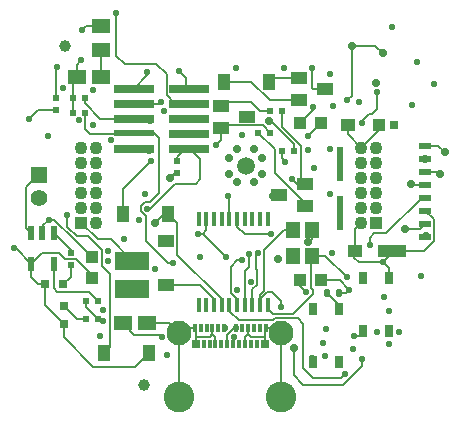
<source format=gbr>
G04 #@! TF.GenerationSoftware,KiCad,Pcbnew,7.0.7*
G04 #@! TF.CreationDate,2024-10-24T15:21:26-07:00*
G04 #@! TF.ProjectId,ESP_POE_1.4b,4553505f-504f-4455-9f31-2e34622e6b69,K*
G04 #@! TF.SameCoordinates,Original*
G04 #@! TF.FileFunction,Copper,L1,Top*
G04 #@! TF.FilePolarity,Positive*
%FSLAX46Y46*%
G04 Gerber Fmt 4.6, Leading zero omitted, Abs format (unit mm)*
G04 Created by KiCad (PCBNEW 7.0.7) date 2024-10-24 15:21:26*
%MOMM*%
%LPD*%
G01*
G04 APERTURE LIST*
G04 Aperture macros list*
%AMRoundRect*
0 Rectangle with rounded corners*
0 $1 Rounding radius*
0 $2 $3 $4 $5 $6 $7 $8 $9 X,Y pos of 4 corners*
0 Add a 4 corners polygon primitive as box body*
4,1,4,$2,$3,$4,$5,$6,$7,$8,$9,$2,$3,0*
0 Add four circle primitives for the rounded corners*
1,1,$1+$1,$2,$3*
1,1,$1+$1,$4,$5*
1,1,$1+$1,$6,$7*
1,1,$1+$1,$8,$9*
0 Add four rect primitives between the rounded corners*
20,1,$1+$1,$2,$3,$4,$5,0*
20,1,$1+$1,$4,$5,$6,$7,0*
20,1,$1+$1,$6,$7,$8,$9,0*
20,1,$1+$1,$8,$9,$2,$3,0*%
G04 Aperture macros list end*
G04 #@! TA.AperFunction,SMDPad,CuDef*
%ADD10R,1.524000X1.270000*%
G04 #@! TD*
G04 #@! TA.AperFunction,ConnectorPad*
%ADD11C,1.000000*%
G04 #@! TD*
G04 #@! TA.AperFunction,SMDPad,CuDef*
%ADD12R,0.500000X0.550000*%
G04 #@! TD*
G04 #@! TA.AperFunction,SMDPad,CuDef*
%ADD13R,1.016000X1.016000*%
G04 #@! TD*
G04 #@! TA.AperFunction,SMDPad,CuDef*
%ADD14R,0.550000X1.200000*%
G04 #@! TD*
G04 #@! TA.AperFunction,SMDPad,CuDef*
%ADD15R,0.800000X0.800000*%
G04 #@! TD*
G04 #@! TA.AperFunction,SMDPad,CuDef*
%ADD16R,3.000000X1.600000*%
G04 #@! TD*
G04 #@! TA.AperFunction,SMDPad,CuDef*
%ADD17R,1.400000X1.000000*%
G04 #@! TD*
G04 #@! TA.AperFunction,SMDPad,CuDef*
%ADD18R,0.550000X0.500000*%
G04 #@! TD*
G04 #@! TA.AperFunction,SMDPad,CuDef*
%ADD19R,0.325000X1.270000*%
G04 #@! TD*
G04 #@! TA.AperFunction,SMDPad,CuDef*
%ADD20R,1.200000X1.400000*%
G04 #@! TD*
G04 #@! TA.AperFunction,SMDPad,CuDef*
%ADD21R,1.000000X1.400000*%
G04 #@! TD*
G04 #@! TA.AperFunction,SMDPad,CuDef*
%ADD22R,3.428302X0.660400*%
G04 #@! TD*
G04 #@! TA.AperFunction,SMDPad,CuDef*
%ADD23R,3.428302X0.584200*%
G04 #@! TD*
G04 #@! TA.AperFunction,ComponentPad*
%ADD24R,1.400000X1.400000*%
G04 #@! TD*
G04 #@! TA.AperFunction,ComponentPad*
%ADD25C,1.400000*%
G04 #@! TD*
G04 #@! TA.AperFunction,SMDPad,CuDef*
%ADD26R,0.711200X0.990600*%
G04 #@! TD*
G04 #@! TA.AperFunction,SMDPad,CuDef*
%ADD27RoundRect,0.135000X-0.135000X-0.185000X0.135000X-0.185000X0.135000X0.185000X-0.135000X0.185000X0*%
G04 #@! TD*
G04 #@! TA.AperFunction,SMDPad,CuDef*
%ADD28R,0.300000X0.700000*%
G04 #@! TD*
G04 #@! TA.AperFunction,SMDPad,CuDef*
%ADD29R,0.650000X0.700000*%
G04 #@! TD*
G04 #@! TA.AperFunction,ComponentPad*
%ADD30C,2.100000*%
G04 #@! TD*
G04 #@! TA.AperFunction,ComponentPad*
%ADD31C,2.600000*%
G04 #@! TD*
G04 #@! TA.AperFunction,SMDPad,CuDef*
%ADD32R,0.558800X2.921000*%
G04 #@! TD*
G04 #@! TA.AperFunction,SMDPad,CuDef*
%ADD33R,1.092200X1.041400*%
G04 #@! TD*
G04 #@! TA.AperFunction,SMDPad,CuDef*
%ADD34R,1.193800X1.041400*%
G04 #@! TD*
G04 #@! TA.AperFunction,SMDPad,CuDef*
%ADD35R,2.387600X1.041400*%
G04 #@! TD*
G04 #@! TA.AperFunction,SMDPad,CuDef*
%ADD36R,0.990600X0.508000*%
G04 #@! TD*
G04 #@! TA.AperFunction,SMDPad,CuDef*
%ADD37R,0.787400X0.711200*%
G04 #@! TD*
G04 #@! TA.AperFunction,ComponentPad*
%ADD38R,1.100000X1.100000*%
G04 #@! TD*
G04 #@! TA.AperFunction,ComponentPad*
%ADD39C,1.100000*%
G04 #@! TD*
G04 #@! TA.AperFunction,ComponentPad*
%ADD40C,0.700000*%
G04 #@! TD*
G04 #@! TA.AperFunction,ComponentPad*
%ADD41C,1.500000*%
G04 #@! TD*
G04 #@! TA.AperFunction,ViaPad*
%ADD42C,0.550000*%
G04 #@! TD*
G04 #@! TA.AperFunction,ViaPad*
%ADD43C,0.700000*%
G04 #@! TD*
G04 #@! TA.AperFunction,Conductor*
%ADD44C,0.203200*%
G04 #@! TD*
G04 #@! TA.AperFunction,Conductor*
%ADD45C,0.200000*%
G04 #@! TD*
G04 APERTURE END LIST*
D10*
X77571600Y-134874000D03*
X79603600Y-134874000D03*
D11*
X76555600Y-132283200D03*
D12*
X77266800Y-137972800D03*
X78282800Y-137972800D03*
D13*
X78892400Y-151942800D03*
X78892400Y-150164800D03*
D14*
X75626000Y-148102800D03*
X74676000Y-148102800D03*
X73726000Y-148102800D03*
X73726000Y-150702800D03*
X75626000Y-150702800D03*
D12*
X79349600Y-153822400D03*
X78333600Y-153822400D03*
D15*
X76441300Y-152425400D03*
X74917300Y-152425400D03*
X76504800Y-154279600D03*
X76504800Y-155803600D03*
D12*
X78333600Y-155346400D03*
X79349600Y-155346400D03*
D11*
X83312000Y-160934400D03*
D16*
X82245200Y-152838000D03*
X82245200Y-150438000D03*
D13*
X96469200Y-138785600D03*
X98247200Y-138785600D03*
D10*
X83515200Y-155752800D03*
X81483200Y-155752800D03*
D13*
X96443800Y-152095200D03*
X98221800Y-152095200D03*
D17*
X96367600Y-134975600D03*
X96367600Y-136878060D03*
X98577400Y-135923020D03*
D12*
X94945200Y-137769600D03*
X93929200Y-137769600D03*
X93980000Y-139598400D03*
X92964000Y-139598400D03*
D17*
X96916240Y-145831560D03*
X96916240Y-143929100D03*
X94706440Y-144884140D03*
X89773760Y-137327640D03*
X89773760Y-139230100D03*
X91983560Y-138275060D03*
D12*
X77266800Y-136652000D03*
X78282800Y-136652000D03*
D18*
X86106000Y-143002000D03*
X86106000Y-141986000D03*
D12*
X95961200Y-141173200D03*
X94945200Y-141173200D03*
D19*
X87905400Y-154190700D03*
X88555400Y-154190700D03*
X89205400Y-154190700D03*
X89855400Y-154190700D03*
X90505400Y-154190700D03*
X91155400Y-154190700D03*
X91805400Y-154190700D03*
X92455400Y-154190700D03*
X93105400Y-154190700D03*
X93755400Y-154190700D03*
X93755400Y-146951700D03*
X93105400Y-146951700D03*
X92455400Y-146951700D03*
X91805400Y-146951700D03*
X91155400Y-146951700D03*
X90505400Y-146951700D03*
X89855400Y-146951700D03*
X89205400Y-146951700D03*
X88555400Y-146951700D03*
X87905400Y-146951700D03*
D20*
X95859600Y-147832800D03*
X97459600Y-150032800D03*
X97459600Y-147832800D03*
X95859600Y-150032800D03*
D17*
X85140800Y-152542400D03*
X85140800Y-148742400D03*
D21*
X81513600Y-146507200D03*
X85313600Y-146507200D03*
X90078400Y-135280400D03*
X93878400Y-135280400D03*
X83688000Y-158242000D03*
X79888000Y-158242000D03*
D10*
X79603600Y-132638800D03*
X79603600Y-130606800D03*
D22*
X82429002Y-135877300D03*
X87128700Y-135877300D03*
X82429002Y-137147300D03*
X87128700Y-137147300D03*
X82429002Y-138417300D03*
X87128700Y-138417300D03*
D23*
X82429002Y-139649200D03*
D22*
X87128700Y-139687300D03*
X82429002Y-140957300D03*
X87128700Y-140957300D03*
D18*
X77063600Y-150825200D03*
X77063600Y-149809200D03*
X75844400Y-137668000D03*
X75844400Y-136652000D03*
D24*
X74389520Y-143148050D03*
D25*
X74392060Y-145177510D03*
D26*
X101845801Y-156428001D03*
X101845801Y-151927999D03*
X103995799Y-156428001D03*
X103995799Y-151927999D03*
D27*
X98753200Y-153162000D03*
X99773200Y-153162000D03*
D28*
X87576400Y-156179400D03*
X88076400Y-156179400D03*
X88576400Y-156179400D03*
X89076400Y-156179400D03*
X89576400Y-156179400D03*
X90076400Y-156179400D03*
X91076400Y-156179400D03*
X91576400Y-156179400D03*
X92076400Y-156179400D03*
X92576400Y-156179400D03*
X93076400Y-156179400D03*
X93576400Y-156179400D03*
D29*
X93501400Y-157479400D03*
D28*
X92826400Y-157479400D03*
X92326400Y-157479400D03*
X91826400Y-157479400D03*
X91326400Y-157479400D03*
X90826400Y-157479400D03*
X90326400Y-157479400D03*
X89826400Y-157479400D03*
X89326400Y-157479400D03*
X88826400Y-157479400D03*
X88326400Y-157479400D03*
D29*
X87651400Y-157479400D03*
D30*
X86256400Y-156589400D03*
D31*
X86256400Y-161949400D03*
D30*
X94896400Y-156589400D03*
D31*
X94896400Y-161949400D03*
D32*
X99863900Y-146417000D03*
X99863900Y-142227000D03*
D33*
X103148900Y-138946999D03*
D34*
X100538900Y-138946999D03*
X101108901Y-149596965D03*
D35*
X104293901Y-149597001D03*
D36*
X107098899Y-140721999D03*
X107098899Y-141822000D03*
X107098899Y-142922000D03*
X107098899Y-144022000D03*
X107098899Y-145122001D03*
X107098899Y-146222001D03*
X107098899Y-147322002D03*
X107098899Y-148421999D03*
D37*
X104418900Y-138962000D03*
D26*
X97621202Y-159033602D03*
X97621202Y-154533600D03*
X99771200Y-159033602D03*
X99771200Y-154533600D03*
D38*
X77927200Y-147218400D03*
D39*
X79197200Y-147218400D03*
X77927200Y-145948400D03*
X79197200Y-145948400D03*
X77927200Y-144678400D03*
X79197200Y-144678400D03*
X77927200Y-143408400D03*
X79197200Y-143408400D03*
X77927200Y-142138400D03*
X79197200Y-142138400D03*
X77927200Y-140868400D03*
X79197200Y-140868400D03*
D40*
X93288000Y-143120000D03*
X93288000Y-141720000D03*
X92588000Y-143820000D03*
X92588000Y-141020000D03*
D41*
X91888000Y-142420000D03*
D40*
X91188000Y-143820000D03*
X91188000Y-141020000D03*
X90488000Y-143120000D03*
X90488000Y-141720000D03*
D38*
X102920800Y-147218400D03*
D39*
X101650800Y-147218400D03*
X102920800Y-145948400D03*
X101650800Y-145948400D03*
X102920800Y-144678400D03*
X101650800Y-144678400D03*
X102920800Y-143408400D03*
X101650800Y-143408400D03*
X102920800Y-142138400D03*
X101650800Y-142138400D03*
X102920800Y-140868400D03*
X101650800Y-140868400D03*
D42*
X93573600Y-135261600D03*
X76384400Y-135820400D03*
X72288400Y-149402800D03*
X96367600Y-134975600D03*
X98602800Y-158496000D03*
X104241600Y-130657600D03*
X86207600Y-134367600D03*
X97180400Y-139903200D03*
X79774800Y-155549600D03*
X92913200Y-149809200D03*
D43*
X97180400Y-148856298D03*
D42*
X100634800Y-152884800D03*
D43*
X102903979Y-135378187D03*
D42*
X98988000Y-134620000D03*
X103479600Y-150571200D03*
X75239700Y-146964400D03*
X103987600Y-157480000D03*
X95859600Y-150032800D03*
X73558400Y-138430000D03*
X84767299Y-156925237D03*
X77779700Y-138561600D03*
X78028800Y-130911600D03*
X107797600Y-135483600D03*
X105968800Y-137261600D03*
X77984024Y-133483076D03*
X104827901Y-156514800D03*
X106426000Y-133654800D03*
X79552800Y-156819600D03*
X97586800Y-137464800D03*
X103632000Y-153517600D03*
D43*
X85445600Y-143459200D03*
D42*
X83566000Y-134447100D03*
D43*
X103530400Y-132892800D03*
X100868400Y-132232400D03*
D42*
X99314000Y-137312400D03*
X100489115Y-136874658D03*
X101041200Y-156819600D03*
X79603600Y-132638800D03*
D43*
X105867200Y-143916400D03*
D42*
X106730800Y-151771600D03*
X84226400Y-151130000D03*
X86798849Y-139687300D03*
D43*
X93850621Y-138610179D03*
D42*
X80924400Y-129489200D03*
X97028000Y-153130000D03*
X90220800Y-150114000D03*
X87833200Y-148183600D03*
X76758800Y-146608800D03*
X80162400Y-158108400D03*
X100945292Y-157900100D03*
X98988000Y-144780000D03*
X103022400Y-136120300D03*
X101752400Y-138785600D03*
X75895200Y-134061200D03*
X78943200Y-138988800D03*
X80264103Y-150432480D03*
X101498400Y-137026400D03*
X97688400Y-142627600D03*
X92151200Y-149860000D03*
X91024898Y-156179400D03*
X90881200Y-156921200D03*
X91541600Y-150418800D03*
X90127902Y-156179400D03*
D43*
X108762800Y-141274800D03*
X107098899Y-141822000D03*
D42*
X102385801Y-149098000D03*
X95250000Y-142087600D03*
D43*
X105359200Y-147777200D03*
X108305600Y-143103600D03*
D42*
X85750400Y-150622000D03*
D43*
X107141554Y-148336615D03*
D42*
X81603600Y-148590000D03*
D43*
X83810951Y-138569200D03*
X87128700Y-138417300D03*
X94640400Y-150317200D03*
D42*
X83566000Y-146050000D03*
X99163106Y-149809029D03*
X83667600Y-141122400D03*
X84696128Y-137021528D03*
X80257900Y-149606000D03*
X98450400Y-157378400D03*
X91135700Y-152921239D03*
X92298700Y-152280000D03*
X98704400Y-156210000D03*
X83261200Y-152940000D03*
X97485200Y-134162800D03*
X100431600Y-151841200D03*
X94848690Y-154352127D03*
X100252962Y-160044562D03*
X97611543Y-154533468D03*
X85242400Y-158464000D03*
X95808800Y-143510000D03*
X94005254Y-148208854D03*
X79825600Y-154635200D03*
X88036400Y-150164800D03*
X94132400Y-144969500D03*
X89357200Y-140614400D03*
X90358280Y-144969957D03*
X91983560Y-138360400D03*
X101701600Y-158800800D03*
D43*
X95961200Y-157835600D03*
D42*
X102972438Y-156515638D03*
D43*
X84226400Y-147269200D03*
D42*
X75107800Y-139852400D03*
X90078400Y-135280400D03*
X80453800Y-140258800D03*
X85293200Y-148710400D03*
X104038400Y-154686000D03*
X91541600Y-139801600D03*
X97129600Y-141071600D03*
X85007200Y-137787257D03*
X83874200Y-142036800D03*
X83330800Y-144780000D03*
X78994000Y-135991600D03*
X82854800Y-147015200D03*
X95148400Y-134162300D03*
X91084400Y-134144000D03*
X98988000Y-140970000D03*
X97466400Y-158718000D03*
D44*
X72426000Y-149402800D02*
X73726000Y-150702800D01*
X74295000Y-152425400D02*
X73726000Y-151856400D01*
X76504800Y-156921200D02*
X76504800Y-155803600D01*
X82519600Y-159410400D02*
X78994000Y-159410400D01*
X77508400Y-150287800D02*
X78892400Y-151671800D01*
X72288400Y-149402800D02*
X72426000Y-149402800D01*
X74917300Y-152425400D02*
X74295000Y-152425400D01*
X96367600Y-134975600D02*
X94183200Y-134975600D01*
X94183200Y-134975600D02*
X93878400Y-135280400D01*
X74917300Y-152425400D02*
X74917300Y-154216100D01*
X73726000Y-151856400D02*
X73726000Y-150702800D01*
X76627800Y-150287800D02*
X77508400Y-150287800D01*
X74917300Y-154216100D02*
X76504800Y-155803600D01*
X76098400Y-149758400D02*
X74670400Y-149758400D01*
X78892400Y-151671800D02*
X78892400Y-151942800D01*
X74670400Y-149758400D02*
X73726000Y-150702800D01*
X93592400Y-135280400D02*
X93573600Y-135261600D01*
X76098400Y-149758400D02*
X76627800Y-150287800D01*
X83688000Y-158242000D02*
X82519600Y-159410400D01*
X93878400Y-135280400D02*
X93592400Y-135280400D01*
X78994000Y-159410400D02*
X76504800Y-156921200D01*
X74676000Y-147528100D02*
X74676000Y-148102800D01*
X79603600Y-130606800D02*
X78333600Y-130606800D01*
X75239700Y-146964400D02*
X75682226Y-146964400D01*
X92802300Y-152488598D02*
X92802300Y-151162657D01*
X75682226Y-146964400D02*
X77434826Y-148717000D01*
X82448400Y-156718000D02*
X83007200Y-156718000D01*
X103995799Y-151087399D02*
X103479600Y-150571200D01*
D45*
X100538900Y-138946999D02*
X100538900Y-139756500D01*
D44*
X84560062Y-156718000D02*
X84767299Y-156925237D01*
X101650800Y-140512800D02*
X101650800Y-140868400D01*
X74320400Y-137668000D02*
X73558400Y-138430000D01*
X100634800Y-152884800D02*
X99845200Y-152095200D01*
X98252199Y-138790599D02*
X98247200Y-138785600D01*
X86798849Y-134958849D02*
X86798849Y-135877300D01*
X92455400Y-154190700D02*
X92455400Y-152835498D01*
D45*
X99773200Y-153162000D02*
X100357600Y-153162000D01*
D44*
X77434826Y-148717000D02*
X77444600Y-148717000D01*
X75239700Y-146964400D02*
X74676000Y-147528100D01*
D45*
X104293901Y-149756899D02*
X103479600Y-150571200D01*
X107821199Y-148769601D02*
X106993799Y-149597001D01*
X100538900Y-139756500D02*
X101650800Y-140868400D01*
D44*
X78333600Y-130606800D02*
X78028800Y-130911600D01*
X92792838Y-149917596D02*
X92900934Y-149809500D01*
X98247200Y-138785600D02*
X97180400Y-139852400D01*
X97459600Y-147832800D02*
X97459600Y-148432800D01*
D45*
X107098899Y-146222001D02*
X107821199Y-146944301D01*
D44*
X92802300Y-151162657D02*
X92792838Y-151153194D01*
X99845200Y-152095200D02*
X98221800Y-152095200D01*
X97459600Y-147832800D02*
X97459600Y-148577098D01*
X92792838Y-151153194D02*
X92792838Y-149917596D01*
X101447600Y-150571200D02*
X101096402Y-150220002D01*
X103479600Y-150571200D02*
X101447600Y-150571200D01*
X103995799Y-151927999D02*
X103995799Y-151087399D01*
X92455400Y-154190700D02*
X92455400Y-153740176D01*
X75844400Y-137668000D02*
X74320400Y-137668000D01*
D45*
X101108901Y-147760299D02*
X101650800Y-147218400D01*
D44*
X78333600Y-153822400D02*
X78333600Y-154330400D01*
X101096402Y-150220002D02*
X101096402Y-149440565D01*
X83007200Y-156718000D02*
X84560062Y-156718000D01*
X86207600Y-134367600D02*
X86798849Y-134958849D01*
D45*
X100357600Y-153162000D02*
X100634800Y-152884800D01*
X104293901Y-149597001D02*
X104293901Y-149756899D01*
D44*
X92455400Y-152835498D02*
X92802300Y-152488598D01*
X79774800Y-155549600D02*
X79552800Y-155549600D01*
X97180400Y-139852400D02*
X97180400Y-139903200D01*
D45*
X103148900Y-139370300D02*
X101650800Y-140868400D01*
X103148900Y-138946999D02*
X103148900Y-139370300D01*
D44*
X77444600Y-148717000D02*
X78892400Y-150164800D01*
D45*
X106993799Y-149597001D02*
X104293901Y-149597001D01*
X101108901Y-149596965D02*
X101108901Y-147760299D01*
D44*
X81483200Y-155752800D02*
X82448400Y-156718000D01*
X78333600Y-154330400D02*
X79349600Y-155346400D01*
X97459600Y-148577098D02*
X97180400Y-148856298D01*
D45*
X107821199Y-146944301D02*
X107821199Y-148769601D01*
D44*
X79552800Y-155549600D02*
X79349600Y-155346400D01*
X79349600Y-148640800D02*
X77927200Y-147218400D01*
X77984024Y-133483076D02*
X77571600Y-133895500D01*
X77266800Y-135178800D02*
X77571600Y-134874000D01*
X83566000Y-134447100D02*
X83566000Y-134740302D01*
X97586800Y-137668000D02*
X97586800Y-137464800D01*
X83566000Y-134740302D02*
X82429002Y-135877300D01*
X82245200Y-150438000D02*
X80448000Y-148640800D01*
X80448000Y-148640800D02*
X79349600Y-148640800D01*
D45*
X85902800Y-143002000D02*
X86106000Y-143002000D01*
D44*
X77216000Y-135229600D02*
X77571600Y-134874000D01*
X77266800Y-136652000D02*
X77266800Y-135178800D01*
X96469200Y-138785600D02*
X97586800Y-137668000D01*
X77266800Y-137972800D02*
X77266800Y-136652000D01*
D45*
X85445600Y-143459200D02*
X85902800Y-143002000D01*
D44*
X77571600Y-133895500D02*
X77571600Y-134874000D01*
X100489115Y-136874658D02*
X100904581Y-136459192D01*
X102870000Y-132232400D02*
X100868400Y-132232400D01*
X101041200Y-156819600D02*
X101454202Y-156819600D01*
X100904581Y-136459192D02*
X100904581Y-132268581D01*
X103530400Y-132892800D02*
X102870000Y-132232400D01*
X101454202Y-156819600D02*
X101845801Y-156428001D01*
X100904581Y-132268581D02*
X100868400Y-132232400D01*
D45*
X107098899Y-144022000D02*
X105972800Y-144022000D01*
X105972800Y-144022000D02*
X105867200Y-143916400D01*
D44*
X79603600Y-132638800D02*
X79603600Y-134874000D01*
X93998005Y-138610179D02*
X93850621Y-138610179D01*
X95961200Y-140573374D02*
X95961200Y-141173200D01*
X86798849Y-139687300D02*
X87852949Y-139687300D01*
X95961200Y-140573374D02*
X93998005Y-138610179D01*
X85897149Y-137147300D02*
X86798849Y-137147300D01*
X80924400Y-133096000D02*
X81635600Y-133807200D01*
X85185949Y-136436100D02*
X85897149Y-137147300D01*
X85185949Y-134677053D02*
X85185949Y-136436100D01*
X80924400Y-129489200D02*
X80924400Y-133096000D01*
X84316096Y-133807200D02*
X85185949Y-134677053D01*
X81635600Y-133807200D02*
X84316096Y-133807200D01*
X92076400Y-156179400D02*
X92076400Y-156656400D01*
X90220800Y-150114000D02*
X88290400Y-148183600D01*
X85419800Y-155752800D02*
X86256400Y-156589400D01*
X92076400Y-156656400D02*
X92320800Y-156900800D01*
X87651400Y-156972000D02*
X87651400Y-156254400D01*
X87651400Y-156254400D02*
X87576400Y-156179400D01*
X89326400Y-156906400D02*
X89326400Y-157479400D01*
X87576400Y-156179400D02*
X86666400Y-156179400D01*
X88290400Y-148183600D02*
X87833200Y-148183600D01*
X87651400Y-156926200D02*
X87651400Y-156972000D01*
X86256400Y-161949400D02*
X86256400Y-156589400D01*
X87651400Y-157479400D02*
X87651400Y-156972000D01*
X93501400Y-156254400D02*
X93576400Y-156179400D01*
X88832000Y-156900800D02*
X87676800Y-156900800D01*
X93576400Y-156179400D02*
X94486400Y-156179400D01*
X96443800Y-152545800D02*
X97028000Y-153130000D01*
X92076400Y-156656400D02*
X91826400Y-156906400D01*
X93501400Y-157479400D02*
X93501400Y-156768800D01*
X91826400Y-156906400D02*
X91826400Y-157479400D01*
X93501400Y-156768800D02*
X93501400Y-156254400D01*
X94896400Y-156589400D02*
X94896400Y-161949400D01*
X94486400Y-156179400D02*
X94896400Y-156589400D01*
X93476000Y-156900800D02*
X93501400Y-156875400D01*
X93501400Y-156875400D02*
X93501400Y-156768800D01*
X89076400Y-156179400D02*
X89076400Y-156656400D01*
X92320800Y-156900800D02*
X93476000Y-156900800D01*
X87676800Y-156900800D02*
X87651400Y-156926200D01*
X88555400Y-147867800D02*
X88555400Y-146951700D01*
X86666400Y-156179400D02*
X86256400Y-156589400D01*
X87833200Y-148183600D02*
X88239600Y-148183600D01*
X96443800Y-152095200D02*
X96443800Y-152545800D01*
X89076400Y-156656400D02*
X88832000Y-156900800D01*
X89076400Y-156656400D02*
X89326400Y-156906400D01*
X88239600Y-148183600D02*
X88555400Y-147867800D01*
X83515200Y-155752800D02*
X85419800Y-155752800D01*
X80028800Y-158242000D02*
X80162400Y-158108400D01*
X76758800Y-147574000D02*
X76758800Y-146608800D01*
X80365600Y-151536400D02*
X79717900Y-150888700D01*
X79717900Y-149542500D02*
X78562200Y-148386800D01*
X80365600Y-157764400D02*
X80365600Y-151536400D01*
X79888000Y-158242000D02*
X80365600Y-157764400D01*
X79717900Y-150888700D02*
X79717900Y-149542500D01*
X78562200Y-148386800D02*
X77571600Y-148386800D01*
X77571600Y-148386800D02*
X76758800Y-147574000D01*
X79888000Y-158242000D02*
X80028800Y-158242000D01*
X101752400Y-138785600D02*
X101752400Y-138650600D01*
X103022400Y-137566400D02*
X103022400Y-136120300D01*
X102361701Y-138041299D02*
X102547501Y-138041299D01*
X101752400Y-138650600D02*
X102361701Y-138041299D01*
X102547501Y-138041299D02*
X103022400Y-137566400D01*
X75844400Y-136652000D02*
X75844400Y-134160417D01*
X75844400Y-134160417D02*
X75844400Y-134112000D01*
X75844400Y-134112000D02*
X75895200Y-134061200D01*
X91795600Y-154180900D02*
X91805400Y-154190700D01*
X90326400Y-157479400D02*
X90326400Y-156758000D01*
X92151200Y-149860000D02*
X92151200Y-150977600D01*
X91024898Y-156179400D02*
X91076400Y-156179400D01*
X90905000Y-156179400D02*
X91076400Y-156179400D01*
X90326400Y-156758000D02*
X90905000Y-156179400D01*
X91795600Y-151333200D02*
X91795600Y-154180900D01*
X92151200Y-150977600D02*
X91795600Y-151333200D01*
X91155400Y-154190700D02*
X91155400Y-153718200D01*
X90127902Y-156179400D02*
X90076400Y-156179400D01*
X90127902Y-156179400D02*
X90284911Y-156179400D01*
X90826400Y-157479400D02*
X90826400Y-156976000D01*
X90627200Y-150977600D02*
X91186000Y-150418800D01*
X90826400Y-156976000D02*
X90881200Y-156921200D01*
X91155400Y-153718200D02*
X90627200Y-153190000D01*
X91186000Y-150418800D02*
X91541600Y-150418800D01*
X90627200Y-153190000D02*
X90627200Y-150977600D01*
D45*
X108209999Y-140721999D02*
X107098899Y-140721999D01*
X108762800Y-141274800D02*
X108209999Y-140721999D01*
D44*
X106795199Y-145122001D02*
X107098899Y-145122001D01*
X102780300Y-148132800D02*
X103784400Y-148132800D01*
X102385801Y-149098000D02*
X102385801Y-148527299D01*
X103784400Y-148132800D02*
X106795199Y-145122001D01*
X102385801Y-148527299D02*
X102780300Y-148132800D01*
X105359200Y-147777200D02*
X106643701Y-147777200D01*
X94945200Y-141173200D02*
X94945200Y-141782800D01*
X94945200Y-141782800D02*
X95250000Y-142087600D01*
X106643701Y-147777200D02*
X107098899Y-147322002D01*
X83413600Y-148742400D02*
X85293200Y-150622000D01*
X83413600Y-146661983D02*
X83413600Y-148742400D01*
X84531200Y-144725590D02*
X83747290Y-145509500D01*
X78689200Y-139700000D02*
X82378202Y-139700000D01*
X78282800Y-139293600D02*
X78689200Y-139700000D01*
X83342117Y-145509500D02*
X83025500Y-145826117D01*
X82378202Y-139700000D02*
X82429002Y-139649200D01*
X85293200Y-150622000D02*
X85750400Y-150622000D01*
X83747290Y-145509500D02*
X83342117Y-145509500D01*
X84531200Y-140055600D02*
X84531200Y-144725590D01*
D45*
X107098899Y-142922000D02*
X108124000Y-142922000D01*
D44*
X83025500Y-145826117D02*
X83025500Y-146273883D01*
X84124800Y-139649200D02*
X82429002Y-139649200D01*
D45*
X108124000Y-142922000D02*
X108305600Y-143103600D01*
D44*
X78282800Y-137972800D02*
X78282800Y-139293600D01*
X84531200Y-140055600D02*
X84124800Y-139649200D01*
X83025500Y-146273883D02*
X83413600Y-146661983D01*
X79590900Y-138417300D02*
X82758853Y-138417300D01*
D45*
X82429002Y-138417300D02*
X83659051Y-138417300D01*
X83659051Y-138417300D02*
X83810951Y-138569200D01*
D44*
X83604100Y-138417300D02*
X83718400Y-138531600D01*
X78282800Y-137109200D02*
X79590900Y-138417300D01*
X78282800Y-136652000D02*
X78282800Y-137109200D01*
X83820000Y-146050000D02*
X83566000Y-146050000D01*
X87160100Y-140957300D02*
X88036400Y-141833600D01*
X88036400Y-143560800D02*
X87659400Y-143937800D01*
X86798849Y-140957300D02*
X87160100Y-140957300D01*
X87659400Y-143937800D02*
X85932200Y-143937800D01*
X88036400Y-141833600D02*
X88036400Y-143560800D01*
X85932200Y-143937800D02*
X83820000Y-146050000D01*
D45*
X86106000Y-141650149D02*
X86798849Y-140957300D01*
X86106000Y-141986000D02*
X86106000Y-141650149D01*
D44*
X86798849Y-140957300D02*
X86798849Y-141191551D01*
X83502500Y-140957300D02*
X83667600Y-141122400D01*
X82758853Y-140957300D02*
X83502500Y-140957300D01*
X84696128Y-137021528D02*
X84570356Y-137147300D01*
X84570356Y-137147300D02*
X82429002Y-137147300D01*
X82245200Y-152838000D02*
X83159200Y-152838000D01*
X83159200Y-152838000D02*
X83261200Y-152940000D01*
X73726000Y-148102800D02*
X73304400Y-147681200D01*
X97485200Y-134162800D02*
X97485200Y-135839200D01*
X73304400Y-147681200D02*
X73304400Y-144233170D01*
X97569020Y-135923020D02*
X98577400Y-135923020D01*
X97485200Y-135839200D02*
X97569020Y-135923020D01*
X73304400Y-144233170D02*
X74389520Y-143148050D01*
X78638400Y-153111200D02*
X79349600Y-153822400D01*
X75626000Y-152791100D02*
X75946100Y-153111200D01*
X75946100Y-153111200D02*
X78638400Y-153111200D01*
X75626000Y-150702800D02*
X75626000Y-152791100D01*
X77063600Y-149540400D02*
X77063600Y-149809200D01*
X75626000Y-148102800D02*
X77063600Y-149540400D01*
X100431600Y-151841200D02*
X98623200Y-150032800D01*
X97568500Y-152906117D02*
X97568500Y-153301698D01*
X95889598Y-154980600D02*
X94173000Y-154980600D01*
X97383600Y-152721217D02*
X97568500Y-152906117D01*
X97383600Y-150108800D02*
X97383600Y-152721217D01*
X98623200Y-150032800D02*
X97459600Y-150032800D01*
X97459600Y-150032800D02*
X97383600Y-150108800D01*
X97568500Y-153301698D02*
X95889598Y-154980600D01*
X93755400Y-154563000D02*
X93755400Y-154190700D01*
X94173000Y-154980600D02*
X93755400Y-154563000D01*
X93416800Y-149508800D02*
X93416800Y-153041100D01*
X95092800Y-147832800D02*
X95859600Y-147832800D01*
X93712400Y-153111200D02*
X93105400Y-153718200D01*
X93105400Y-153352500D02*
X93105400Y-154190700D01*
X94132400Y-153111200D02*
X93712400Y-153111200D01*
X93416800Y-149508800D02*
X95092800Y-147832800D01*
X93416800Y-153041100D02*
X93105400Y-153352500D01*
X94848690Y-153827490D02*
X94132400Y-153111200D01*
X93105400Y-153718200D02*
X93105400Y-154190700D01*
X94848690Y-154352127D02*
X94848690Y-153827490D01*
X97586800Y-160375600D02*
X96774000Y-159562800D01*
X94178786Y-155498800D02*
X91341000Y-155498800D01*
X96281200Y-155310800D02*
X94366786Y-155310800D01*
X96774000Y-159562800D02*
X96774000Y-155803600D01*
X94366786Y-155310800D02*
X94178786Y-155498800D01*
X90505400Y-154663200D02*
X90505400Y-154190700D01*
X100023524Y-160274000D02*
X100252962Y-160044562D01*
X96774000Y-155803600D02*
X96281200Y-155310800D01*
X91341000Y-155498800D02*
X90505400Y-154663200D01*
X99921924Y-160375600D02*
X97586800Y-160375600D01*
X100252962Y-160044562D02*
X99921924Y-160375600D01*
D45*
X99771200Y-154180000D02*
X98753200Y-153162000D01*
X99771200Y-154533600D02*
X99771200Y-154180000D01*
D44*
X96227900Y-143929100D02*
X95808800Y-143510000D01*
X96589100Y-143601960D02*
X96916240Y-143929100D01*
X94945200Y-137769600D02*
X94945200Y-139090400D01*
X91155400Y-147556400D02*
X91155400Y-146951700D01*
X91807854Y-148208854D02*
X91155400Y-147556400D01*
X96916240Y-143929100D02*
X96227900Y-143929100D01*
X94005254Y-148208854D02*
X91807854Y-148208854D01*
X96589100Y-140734300D02*
X96589100Y-143601960D01*
X94945200Y-139090400D02*
X96589100Y-140734300D01*
X94706440Y-144884140D02*
X94217760Y-144884140D01*
X94217760Y-144884140D02*
X94132400Y-144969500D01*
X92964000Y-139598400D02*
X94335600Y-140970000D01*
X96916240Y-145582640D02*
X96916240Y-145831560D01*
X94335600Y-143002000D02*
X96916240Y-145582640D01*
X94335600Y-140970000D02*
X94335600Y-143002000D01*
X90505400Y-145117077D02*
X90505400Y-146951700D01*
X90037200Y-138966660D02*
X93348260Y-138966660D01*
X89773760Y-140197840D02*
X89357200Y-140614400D01*
X93348260Y-138966660D02*
X93980000Y-139598400D01*
X89773760Y-139230100D02*
X89773760Y-140197840D01*
X89773760Y-139230100D02*
X90037200Y-138966660D01*
X90358280Y-144969957D02*
X90505400Y-145117077D01*
X93116400Y-137769600D02*
X93929200Y-137769600D01*
X90134060Y-136967340D02*
X92314140Y-136967340D01*
X92314140Y-136967340D02*
X93116400Y-137769600D01*
X89773760Y-137327640D02*
X90134060Y-136967340D01*
X77571600Y-155346400D02*
X76504800Y-154279600D01*
X78333600Y-155346400D02*
X77571600Y-155346400D01*
X101701600Y-159359600D02*
X101701600Y-158800800D01*
X86106000Y-147289600D02*
X86096000Y-147289600D01*
X95961200Y-160131374D02*
X95961200Y-157835600D01*
X85313600Y-146507200D02*
X84988400Y-146507200D01*
X86106000Y-149968800D02*
X86106000Y-147289600D01*
X89855400Y-153718200D02*
X86106000Y-149968800D01*
X89855400Y-154190700D02*
X89855400Y-153718200D01*
X86096000Y-147289600D02*
X85313600Y-146507200D01*
X100126800Y-160934400D02*
X96764226Y-160934400D01*
X96764226Y-160934400D02*
X95961200Y-160131374D01*
X100126800Y-160934400D02*
X101701600Y-159359600D01*
X84988400Y-146507200D02*
X84226400Y-147269200D01*
X89205400Y-153718200D02*
X88029600Y-152542400D01*
X88029600Y-152542400D02*
X85140800Y-152542400D01*
X89205400Y-154190700D02*
X89205400Y-153718200D01*
X89712800Y-134914800D02*
X89712800Y-134874000D01*
X96367600Y-136878060D02*
X93952060Y-136878060D01*
X89712800Y-134914800D02*
X90078400Y-135280400D01*
X93952060Y-136878060D02*
X92354400Y-135280400D01*
X92354400Y-135280400D02*
X90078400Y-135280400D01*
X77063600Y-150825200D02*
X77063600Y-151803100D01*
X77063600Y-151803100D02*
X76441300Y-152425400D01*
X85261200Y-148742400D02*
X85293200Y-148710400D01*
X85140800Y-148742400D02*
X85261200Y-148742400D01*
X83874200Y-142036800D02*
X81513600Y-144397400D01*
X81513600Y-144397400D02*
X81513600Y-146507200D01*
X97621202Y-158872802D02*
X97466400Y-158718000D01*
X97621202Y-159033602D02*
X97621202Y-158872802D01*
M02*

</source>
